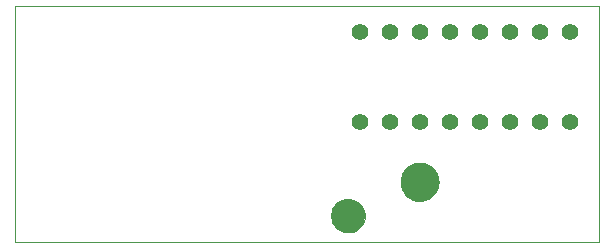
<source format=gbs>
G75*
G70*
%OFA0B0*%
%FSLAX24Y24*%
%IPPOS*%
%LPD*%
%AMOC8*
5,1,8,0,0,1.08239X$1,22.5*
%
%ADD10C,0.0000*%
%ADD11C,0.1300*%
%ADD12C,0.1142*%
%ADD13C,0.0560*%
D10*
X000282Y000282D02*
X000282Y008152D01*
X019774Y008152D01*
X019774Y000282D01*
X000282Y000282D01*
X010856Y001157D02*
X010858Y001204D01*
X010864Y001250D01*
X010874Y001296D01*
X010887Y001341D01*
X010905Y001384D01*
X010926Y001426D01*
X010950Y001466D01*
X010978Y001503D01*
X011009Y001538D01*
X011043Y001571D01*
X011079Y001600D01*
X011118Y001626D01*
X011159Y001649D01*
X011202Y001668D01*
X011246Y001684D01*
X011291Y001696D01*
X011337Y001704D01*
X011384Y001708D01*
X011430Y001708D01*
X011477Y001704D01*
X011523Y001696D01*
X011568Y001684D01*
X011612Y001668D01*
X011655Y001649D01*
X011696Y001626D01*
X011735Y001600D01*
X011771Y001571D01*
X011805Y001538D01*
X011836Y001503D01*
X011864Y001466D01*
X011888Y001426D01*
X011909Y001384D01*
X011927Y001341D01*
X011940Y001296D01*
X011950Y001250D01*
X011956Y001204D01*
X011958Y001157D01*
X011956Y001110D01*
X011950Y001064D01*
X011940Y001018D01*
X011927Y000973D01*
X011909Y000930D01*
X011888Y000888D01*
X011864Y000848D01*
X011836Y000811D01*
X011805Y000776D01*
X011771Y000743D01*
X011735Y000714D01*
X011696Y000688D01*
X011655Y000665D01*
X011612Y000646D01*
X011568Y000630D01*
X011523Y000618D01*
X011477Y000610D01*
X011430Y000606D01*
X011384Y000606D01*
X011337Y000610D01*
X011291Y000618D01*
X011246Y000630D01*
X011202Y000646D01*
X011159Y000665D01*
X011118Y000688D01*
X011079Y000714D01*
X011043Y000743D01*
X011009Y000776D01*
X010978Y000811D01*
X010950Y000848D01*
X010926Y000888D01*
X010905Y000930D01*
X010887Y000973D01*
X010874Y001018D01*
X010864Y001064D01*
X010858Y001110D01*
X010856Y001157D01*
X013152Y002282D02*
X013154Y002332D01*
X013160Y002382D01*
X013170Y002431D01*
X013184Y002479D01*
X013201Y002526D01*
X013222Y002571D01*
X013247Y002615D01*
X013275Y002656D01*
X013307Y002695D01*
X013341Y002732D01*
X013378Y002766D01*
X013418Y002796D01*
X013460Y002823D01*
X013504Y002847D01*
X013550Y002868D01*
X013597Y002884D01*
X013645Y002897D01*
X013695Y002906D01*
X013744Y002911D01*
X013795Y002912D01*
X013845Y002909D01*
X013894Y002902D01*
X013943Y002891D01*
X013991Y002876D01*
X014037Y002858D01*
X014082Y002836D01*
X014125Y002810D01*
X014166Y002781D01*
X014205Y002749D01*
X014241Y002714D01*
X014273Y002676D01*
X014303Y002636D01*
X014330Y002593D01*
X014353Y002549D01*
X014372Y002503D01*
X014388Y002455D01*
X014400Y002406D01*
X014408Y002357D01*
X014412Y002307D01*
X014412Y002257D01*
X014408Y002207D01*
X014400Y002158D01*
X014388Y002109D01*
X014372Y002061D01*
X014353Y002015D01*
X014330Y001971D01*
X014303Y001928D01*
X014273Y001888D01*
X014241Y001850D01*
X014205Y001815D01*
X014166Y001783D01*
X014125Y001754D01*
X014082Y001728D01*
X014037Y001706D01*
X013991Y001688D01*
X013943Y001673D01*
X013894Y001662D01*
X013845Y001655D01*
X013795Y001652D01*
X013744Y001653D01*
X013695Y001658D01*
X013645Y001667D01*
X013597Y001680D01*
X013550Y001696D01*
X013504Y001717D01*
X013460Y001741D01*
X013418Y001768D01*
X013378Y001798D01*
X013341Y001832D01*
X013307Y001869D01*
X013275Y001908D01*
X013247Y001949D01*
X013222Y001993D01*
X013201Y002038D01*
X013184Y002085D01*
X013170Y002133D01*
X013160Y002182D01*
X013154Y002232D01*
X013152Y002282D01*
D11*
X013782Y002282D03*
D12*
X011407Y001157D03*
D13*
X011782Y004282D03*
X012782Y004282D03*
X013782Y004282D03*
X014782Y004282D03*
X015782Y004282D03*
X016782Y004282D03*
X017782Y004282D03*
X018782Y004282D03*
X018782Y007282D03*
X017782Y007282D03*
X016782Y007282D03*
X015782Y007282D03*
X014782Y007282D03*
X013782Y007282D03*
X012782Y007282D03*
X011782Y007282D03*
M02*

</source>
